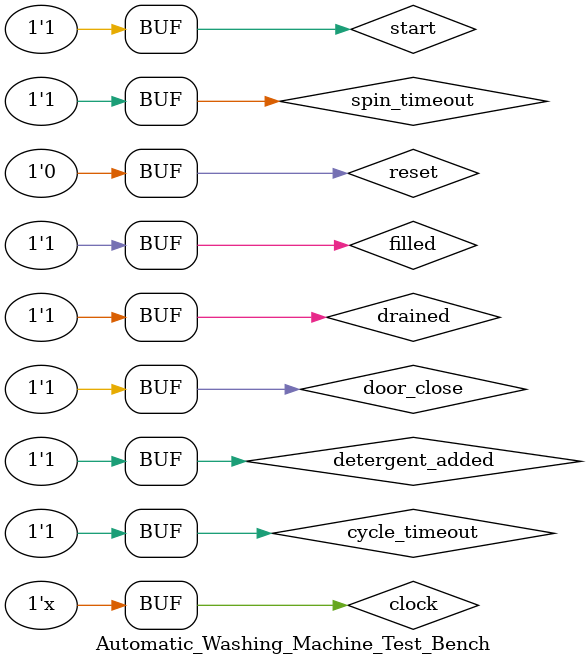
<source format=v>
module automatic_washing_machine (
    clock, 
    reset, 
    door_close, 
    start, filled, 
    detergent_added, 
    cycle_timeout, 
    drained, 
    spin_timeout, 
    door_lock, 
    motor_on, 
    fill_value_on, 
    drain_value_on, 
    done, 
    soap_wash, 
    water_wash
    );

	input clock, reset, door_close, start, filled, detergent_added, cycle_timeout, drained, spin_timeout;
	output reg door_lock, motor_on, fill_value_on, drain_value_on, done, soap_wash, water_wash; 
	
	//defining the states
	parameter check_door = 3'b000;
	parameter fill_water = 3'b001;
	parameter add_detergent = 3'b010;
	parameter cycle = 3'b011;
	parameter drain_water = 3'b100;
	parameter spin = 3'b101;
	
	reg [2:0] current_state, next_state;
	
	always @(current_state or start or door_close or filled or detergent_added or drained or cycle_timeout or spin_timeout) begin
		case(current_state)
			check_door:
				if((start == 1) && (door_close==1)) begin
					next_state = fill_water;
					motor_on = 0;
					fill_value_on = 0;
					drain_value_on = 0;
					door_lock = 1;
					soap_wash = 0;
					water_wash = 0;
					done = 0;
				end
				else begin
					next_state = current_state;
					motor_on = 0;
					fill_value_on = 0;
					drain_value_on = 0;
					door_lock = 0;
					soap_wash = 0;
					water_wash = 0;
					done = 0;
				end
				fill_water:
					if (filled == 1) begin
						if(soap_wash == 0) begin
							next_state = add_detergent;
							motor_on = 0;
							fill_value_on = 0;
							drain_value_on = 0;
							door_lock = 1;
							soap_wash = 1;
							water_wash = 0;
							done = 0;
						end
						else begin
							next_state = cycle;
							motor_on = 0;
							fill_value_on = 0;
							drain_value_on = 0;
							door_lock = 1;
							soap_wash = 1;
							water_wash = 1;
							done = 0;
						end
					end
					else begin
					next_state = current_state;
					motor_on = 0;
					fill_value_on = 1;
					drain_value_on = 0;
					door_lock = 1;
					done = 0;
					end
				add_detergent:
					if(detergent_added == 1) begin
						next_state = cycle;
						motor_on = 0;
						fill_value_on = 0;
						drain_value_on = 0;
						door_lock = 1;
						soap_wash = 1;
						done = 0;
					end
					else begin
						next_state = current_state;
						motor_on = 0;
						fill_value_on = 0;
						drain_value_on = 0;
						door_lock = 1;
						soap_wash = 1;
						water_wash = 0;
						done = 0;
					end
				cycle:
					if(cycle_timeout == 1) begin
						next_state = drain_water;
						motor_on = 0;
						fill_value_on = 0;
						drain_value_on = 0;
						door_lock = 1;
						//soap_wash = 1;
						done = 0;
					end
					else begin
						next_state = current_state;
						motor_on = 1;
						fill_value_on = 0;
						drain_value_on = 0;
						door_lock = 1;
						//soap_wash = 1;
						done = 0;
					end
				drain_water:
					if(drained == 1) begin
						if(water_wash == 0) begin
							next_state = fill_water;
							motor_on = 0;
							fill_value_on = 0;
							drain_value_on = 0;
							door_lock = 1;
							soap_wash = 1;
							//water_wash = 1;
							done = 0;
						end
						else begin
						next_state = spin;
							motor_on = 0;
							fill_value_on = 0;
							drain_value_on = 0;
							door_lock = 1;
							soap_wash = 1;
							water_wash = 1;
							done = 0;
						end
					end
					else begin
						next_state = current_state;
						motor_on = 0;
						fill_value_on = 0;
						drain_value_on = 1;
						door_lock = 1;
						soap_wash = 1;
						//water_wash = 1;
						done = 0;
					end
				spin:
					if(spin_timeout==1) begin
						next_state = door_close;
						motor_on = 0;
						fill_value_on = 0;
						drain_value_on = 0;
						door_lock = 1;
						soap_wash = 1;
						water_wash = 1;
						done = 1;
					end
					else begin
						next_state = current_state;
						motor_on = 0;
						fill_value_on = 0;
						drain_value_on = 1;
						door_lock = 1;
						soap_wash = 1;
						water_wash = 1;
						done = 0;
					end
				default:
					next_state = check_door;	
		endcase
	end
	
	always @(posedge clock or negedge reset) begin
		if(reset) current_state<=3'b000;
		else current_state<=next_state;
	end	
endmodule

module Automatic_Washing_Machine_Test_Bench();
	reg clock, reset, door_close, start, filled, detergent_added, cycle_timeout, drained, spin_timeout;
	wire door_lock, motor_on, fill_value_on, drain_value_on, done, soap_wash, water_wash; 
	
	
automatic_washing_machine machine1(
	clock, 
	reset, 
	door_close, 
	start, 
	filled, 
	detergent_added, 
	cycle_timeout, 
	drained, 
	spin_timeout, 
	door_lock, 
	motor_on, 
	fill_value_on, 
	drain_value_on, 
	done, 
	soap_wash, 
	water_wash
	);

	initial begin
		clock = 0;
		reset = 1;
		start = 0;
		door_close = 0;
		filled = 0;
		drained = 0;
		detergent_added = 0;
		cycle_timeout = 0;
		spin_timeout = 0;
			
		#50 reset=0;
		#50 start=1;door_close=1;
		#100 filled=1;
		#100 detergent_added=1;
		//filled=0;
		#100 cycle_timeout=1;
		//detergent_added=0;
		#100 drained=1;
		//cycle_timeout=0;
		#100 spin_timeout=1;
		//drained=0;	
		
			/*
		
		#0 reset = 0;
		#2 start = 1;
		#4 door_close = 1;
		#3 filled = 1;
		#3 detergent_added = 1;
		#2 cycle_timeout = 1;
		#2 drained = 1; 
		#3 spin_timeout = 1;
			*/
	end
	
	always begin
		#5 clock = ~clock;
	end
endmodule

</source>
